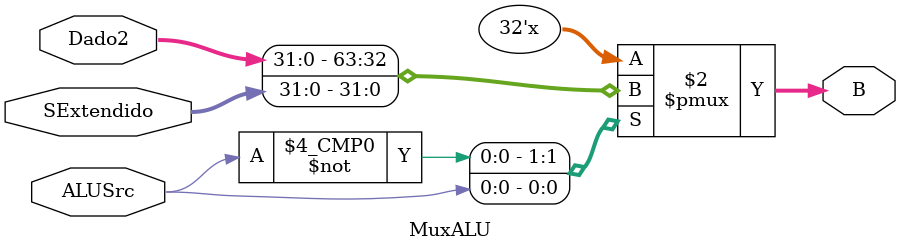
<source format=v>
module MuxALU (ALUSrc, Dado2, SExtendido, B);

	input wire ALUSrc;
	input wire [31:0] Dado2, SExtendido;

	output reg [31:0] B;

	always @(ALUSrc or Dado2 or SExtendido) begin
		case (ALUSrc)
			0: B = Dado2;
			1: B = SExtendido;
		endcase
	end
endmodule

</source>
